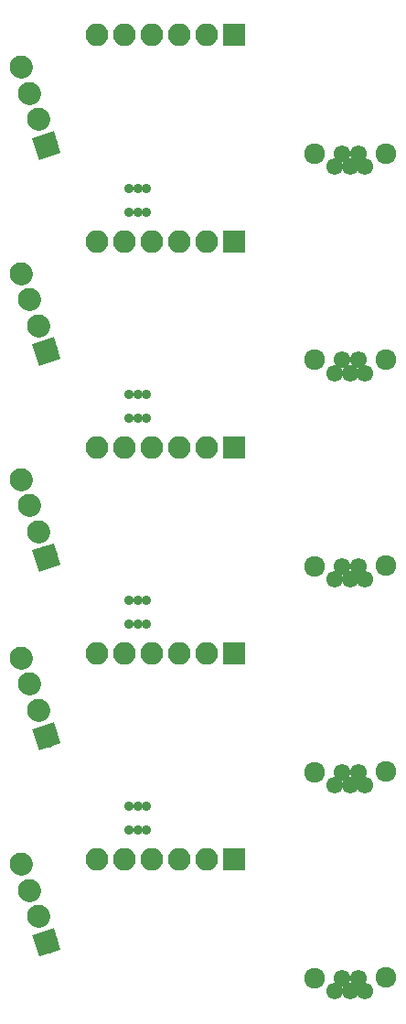
<source format=gbs>
G04 #@! TF.GenerationSoftware,KiCad,Pcbnew,5.0.0-fee4fd1~66~ubuntu16.04.1*
G04 #@! TF.CreationDate,2018-10-22T20:20:06+02:00*
G04 #@! TF.ProjectId,WiRoc_NanoPi_SideOledPCB_v1_Panelized,5769526F635F4E616E6F50695F536964,rev?*
G04 #@! TF.SameCoordinates,Original*
G04 #@! TF.FileFunction,Soldermask,Bot*
G04 #@! TF.FilePolarity,Negative*
%FSLAX46Y46*%
G04 Gerber Fmt 4.6, Leading zero omitted, Abs format (unit mm)*
G04 Created by KiCad (PCBNEW 5.0.0-fee4fd1~66~ubuntu16.04.1) date Mon Oct 22 20:20:06 2018*
%MOMM*%
%LPD*%
G01*
G04 APERTURE LIST*
%ADD10C,1.924000*%
%ADD11C,1.550000*%
%ADD12O,2.100000X2.100000*%
%ADD13R,2.100000X2.100000*%
%ADD14C,2.100000*%
%ADD15C,2.100000*%
%ADD16C,0.100000*%
%ADD17C,0.900000*%
G04 APERTURE END LIST*
D10*
G04 #@! TO.C,J1*
X66322500Y-114684800D03*
X72972500Y-114634800D03*
D11*
X71047500Y-115884800D03*
X69647500Y-115884800D03*
X68247500Y-115884800D03*
X70397500Y-114684800D03*
X68897500Y-114684800D03*
G04 #@! TD*
D10*
G04 #@! TO.C,J1*
X66322500Y-95618800D03*
X72972500Y-95568800D03*
D11*
X71047500Y-96818800D03*
X69647500Y-96818800D03*
X68247500Y-96818800D03*
X70397500Y-95618800D03*
X68897500Y-95618800D03*
G04 #@! TD*
D10*
G04 #@! TO.C,J1*
X66322500Y-76552800D03*
X72972500Y-76502800D03*
D11*
X71047500Y-77752800D03*
X69647500Y-77752800D03*
X68247500Y-77752800D03*
X70397500Y-76552800D03*
X68897500Y-76552800D03*
G04 #@! TD*
D10*
G04 #@! TO.C,J1*
X66322500Y-57486800D03*
X72972500Y-57436800D03*
D11*
X71047500Y-58686800D03*
X69647500Y-58686800D03*
X68247500Y-58686800D03*
X70397500Y-57486800D03*
X68897500Y-57486800D03*
G04 #@! TD*
D12*
G04 #@! TO.C,J3*
X46164000Y-103696000D03*
X48704000Y-103696000D03*
X51244000Y-103696000D03*
X53784000Y-103696000D03*
X56324000Y-103696000D03*
D13*
X58864000Y-103696000D03*
G04 #@! TD*
D12*
G04 #@! TO.C,J3*
X46164000Y-84630000D03*
X48704000Y-84630000D03*
X51244000Y-84630000D03*
X53784000Y-84630000D03*
X56324000Y-84630000D03*
D13*
X58864000Y-84630000D03*
G04 #@! TD*
D12*
G04 #@! TO.C,J3*
X46164000Y-65564000D03*
X48704000Y-65564000D03*
X51244000Y-65564000D03*
X53784000Y-65564000D03*
X56324000Y-65564000D03*
D13*
X58864000Y-65564000D03*
G04 #@! TD*
D12*
G04 #@! TO.C,J3*
X46164000Y-46498000D03*
X48704000Y-46498000D03*
X51244000Y-46498000D03*
X53784000Y-46498000D03*
X56324000Y-46498000D03*
D13*
X58864000Y-46498000D03*
G04 #@! TD*
D14*
G04 #@! TO.C,J2*
X39172291Y-104108949D03*
D15*
X39172291Y-104108949D02*
X39172291Y-104108949D01*
D14*
X39957194Y-106524633D03*
D15*
X39957194Y-106524633D02*
X39957194Y-106524633D01*
D14*
X40742097Y-108940316D03*
D15*
X40742097Y-108940316D02*
X40742097Y-108940316D01*
D14*
X41527000Y-111356000D03*
D16*
G36*
X42201141Y-110032923D02*
X42850077Y-112030141D01*
X40852859Y-112679077D01*
X40203923Y-110681859D01*
X42201141Y-110032923D01*
X42201141Y-110032923D01*
G37*
G04 #@! TD*
D14*
G04 #@! TO.C,J2*
X39172291Y-85042949D03*
D15*
X39172291Y-85042949D02*
X39172291Y-85042949D01*
D14*
X39957194Y-87458633D03*
D15*
X39957194Y-87458633D02*
X39957194Y-87458633D01*
D14*
X40742097Y-89874316D03*
D15*
X40742097Y-89874316D02*
X40742097Y-89874316D01*
D14*
X41527000Y-92290000D03*
D16*
G36*
X42201141Y-90966923D02*
X42850077Y-92964141D01*
X40852859Y-93613077D01*
X40203923Y-91615859D01*
X42201141Y-90966923D01*
X42201141Y-90966923D01*
G37*
G04 #@! TD*
D14*
G04 #@! TO.C,J2*
X39172291Y-68516949D03*
D15*
X39172291Y-68516949D02*
X39172291Y-68516949D01*
D14*
X39957194Y-70932633D03*
D15*
X39957194Y-70932633D02*
X39957194Y-70932633D01*
D14*
X40742097Y-73348316D03*
D15*
X40742097Y-73348316D02*
X40742097Y-73348316D01*
D14*
X41527000Y-75764000D03*
D16*
G36*
X42201141Y-74440923D02*
X42850077Y-76438141D01*
X40852859Y-77087077D01*
X40203923Y-75089859D01*
X42201141Y-74440923D01*
X42201141Y-74440923D01*
G37*
G04 #@! TD*
D14*
G04 #@! TO.C,J2*
X39172291Y-49450949D03*
D15*
X39172291Y-49450949D02*
X39172291Y-49450949D01*
D14*
X39957194Y-51866633D03*
D15*
X39957194Y-51866633D02*
X39957194Y-51866633D01*
D14*
X40742097Y-54282316D03*
D15*
X40742097Y-54282316D02*
X40742097Y-54282316D01*
D14*
X41527000Y-56698000D03*
D16*
G36*
X42201141Y-55374923D02*
X42850077Y-57372141D01*
X40852859Y-58021077D01*
X40203923Y-56023859D01*
X42201141Y-55374923D01*
X42201141Y-55374923D01*
G37*
G04 #@! TD*
D11*
G04 #@! TO.C,J1*
X68897500Y-38420800D03*
X70397500Y-38420800D03*
X68247500Y-39620800D03*
X69647500Y-39620800D03*
X71047500Y-39620800D03*
D10*
X72972500Y-38370800D03*
X66322500Y-38420800D03*
G04 #@! TD*
D14*
G04 #@! TO.C,J2*
X41527000Y-37632000D03*
D16*
G36*
X42201141Y-36308923D02*
X42850077Y-38306141D01*
X40852859Y-38955077D01*
X40203923Y-36957859D01*
X42201141Y-36308923D01*
X42201141Y-36308923D01*
G37*
D14*
X40742097Y-35216316D03*
D15*
X40742097Y-35216316D02*
X40742097Y-35216316D01*
D14*
X39957194Y-32800633D03*
D15*
X39957194Y-32800633D02*
X39957194Y-32800633D01*
D14*
X39172291Y-30384949D03*
D15*
X39172291Y-30384949D02*
X39172291Y-30384949D01*
G04 #@! TD*
D13*
G04 #@! TO.C,J3*
X58864000Y-27432000D03*
D12*
X56324000Y-27432000D03*
X53784000Y-27432000D03*
X51244000Y-27432000D03*
X48704000Y-27432000D03*
X46164000Y-27432000D03*
G04 #@! TD*
D17*
G04 #@! TO.C,mouse-bite-2.54mm-slot*
X50800000Y-43800000D03*
X49200000Y-43800000D03*
X49200000Y-41600000D03*
X50800000Y-41600000D03*
X50000000Y-43800000D03*
X50000000Y-41600000D03*
G04 #@! TD*
G04 #@! TO.C,mouse-bite-2.54mm-slot*
X50800000Y-62866000D03*
X49200000Y-62866000D03*
X49200000Y-60666000D03*
X50800000Y-60666000D03*
X50000000Y-62866000D03*
X50000000Y-60666000D03*
G04 #@! TD*
G04 #@! TO.C,mouse-bite-2.54mm-slot*
X50800000Y-81932000D03*
X49200000Y-81932000D03*
X49200000Y-79732000D03*
X50800000Y-79732000D03*
X50000000Y-81932000D03*
X50000000Y-79732000D03*
G04 #@! TD*
G04 #@! TO.C,mouse-bite-2.54mm-slot*
X50800000Y-100998000D03*
X49200000Y-100998000D03*
X49200000Y-98798000D03*
X50800000Y-98798000D03*
X50000000Y-100998000D03*
X50000000Y-98798000D03*
G04 #@! TD*
M02*

</source>
